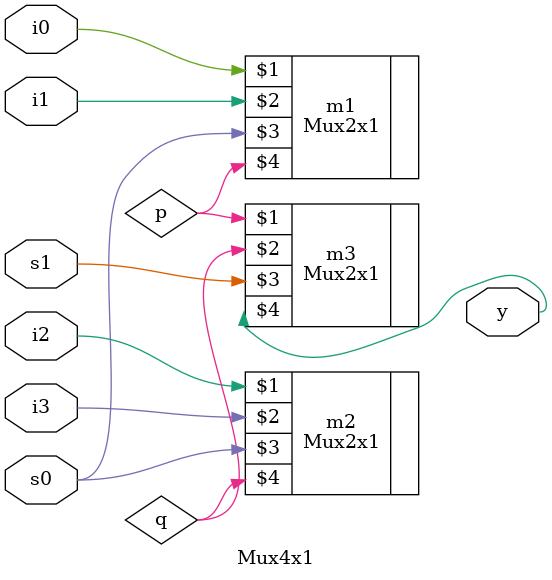
<source format=v>
`timescale 1ns / 1ps


module Mux4x1(
    input i0,
    input i1,
    input i2,
    input i3,
    input s0,
    input s1,
    output y
    );
    
    wire p,q;
    
    Mux2x1 m1(i0,i1,s0,p),
           m2(i2,i3,s0,q),
           m3(p,q,s1,y);
    
endmodule

</source>
